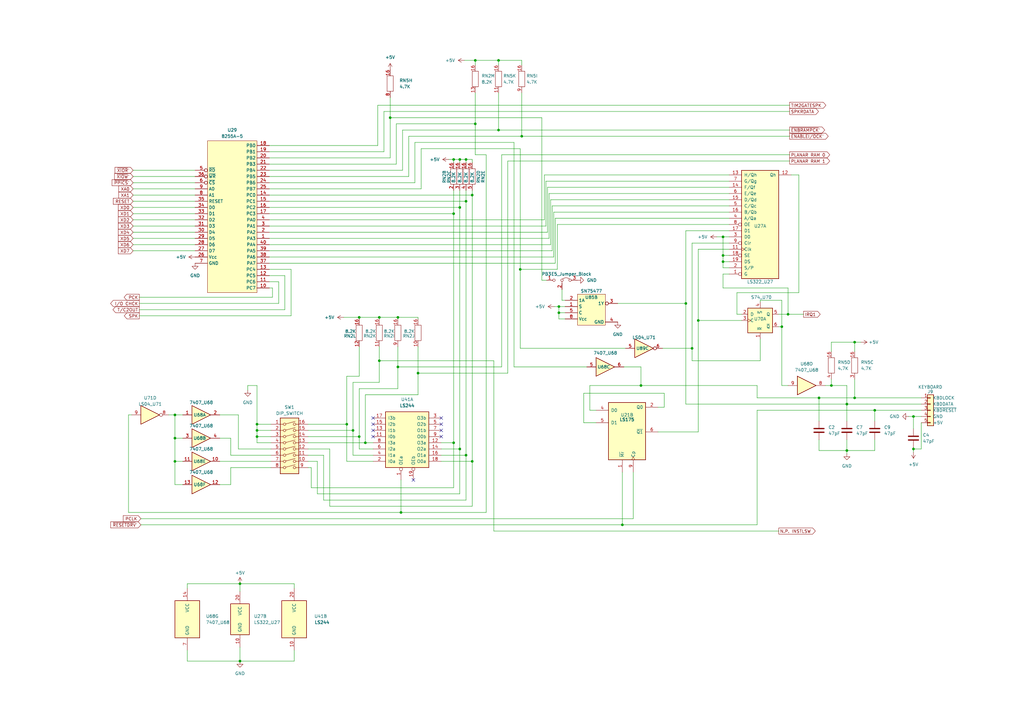
<source format=kicad_sch>
(kicad_sch (version 20230121) (generator eeschema)
  (paper "A3")
  (junction (at 347.345 184.785))
  (junction (at 163.195 130.175))
  (junction (at 171.45 153.035))
  (junction (at 191.135 65.405))
  (junction (at 296.545 97.155))
  (junction (at 155.575 130.175))
  (junction (at 350.52 140.335))
  (junction (at 374.65 170.815))
  (junction (at 193.675 189.23))
  (junction (at 335.915 163.195))
  (junction (at 144.78 176.53))
  (junction (at 204.47 53.34))
  (junction (at 281.305 124.46))
  (junction (at 71.755 189.23))
  (junction (at 296.545 107.315))
  (junction (at 160.02 48.26))
  (junction (at 255.27 215.265))
  (junction (at 147.32 179.07))
  (junction (at 193.675 80.01))
  (junction (at 262.89 158.115))
  (junction (at 188.595 65.405))
  (junction (at 188.595 184.15))
  (junction (at 163.195 150.495))
  (junction (at 147.32 130.175))
  (junction (at 286.385 131.445))
  (junction (at 105.41 176.53))
  (junction (at 98.425 271.145))
  (junction (at 374.65 184.15))
  (junction (at 164.465 210.185))
  (junction (at 229.235 125.73))
  (junction (at 213.36 110.49))
  (junction (at 98.425 239.395))
  (junction (at 155.575 147.955))
  (junction (at 350.52 163.195))
  (junction (at 105.41 173.99))
  (junction (at 191.135 186.69))
  (junction (at 283.845 142.875))
  (junction (at 296.545 104.775))
  (junction (at 229.235 128.27))
  (junction (at 194.945 24.765))
  (junction (at 323.215 128.905))
  (junction (at 340.995 158.115))
  (junction (at 188.595 85.09))
  (junction (at 71.755 170.18))
  (junction (at 204.47 24.765))
  (junction (at 213.995 55.88))
  (junction (at 186.055 181.61))
  (junction (at 186.055 65.405))
  (junction (at 320.675 133.985))
  (junction (at 194.945 50.8))
  (junction (at 149.86 181.61))
  (junction (at 358.775 168.275))
  (junction (at 142.24 173.99))
  (junction (at 347.345 165.735))
  (junction (at 191.135 82.55))
  (junction (at 71.755 179.705))
  (junction (at 186.055 87.63))
  (junction (at 105.41 179.07))
  (no_connect (at 153.035 171.45))
  (no_connect (at 169.545 196.85))
  (no_connect (at 180.975 171.45))
  (no_connect (at 153.035 176.53))
  (no_connect (at 180.975 176.53))
  (no_connect (at 153.035 173.99))
  (no_connect (at 180.975 173.99))
  (no_connect (at 153.035 179.07))
  (no_connect (at 180.975 179.07))
  (wire (pts (xy 327.66 71.755) (xy 324.485 71.755)))
  (wire (pts (xy 188.595 66.675) (xy 188.595 65.405)))
  (wire (pts (xy 164.465 210.185) (xy 199.39 210.185)))
  (wire (pts (xy 283.845 99.695) (xy 283.845 142.875)))
  (wire (pts (xy 54.61 74.93) (xy 80.01 74.93)))
  (wire (pts (xy 111.125 186.69) (xy 94.615 186.69)))
  (wire (pts (xy 144.78 156.845) (xy 155.575 156.845)))
  (wire (pts (xy 283.845 142.875) (xy 283.845 147.955)))
  (wire (pts (xy 299.085 99.695) (xy 283.845 99.695)))
  (wire (pts (xy 111.76 118.11) (xy 111.76 121.92)))
  (wire (pts (xy 262.89 158.115) (xy 310.515 158.115)))
  (wire (pts (xy 126.365 186.69) (xy 132.715 186.69)))
  (wire (pts (xy 114.3 115.57) (xy 114.3 124.46)))
  (wire (pts (xy 340.995 144.145) (xy 340.995 140.335)))
  (wire (pts (xy 98.425 271.145) (xy 120.65 271.145)))
  (wire (pts (xy 147.32 130.81) (xy 147.32 130.175)))
  (wire (pts (xy 191.135 82.55) (xy 191.135 186.69)))
  (wire (pts (xy 111.76 121.92) (xy 57.15 121.92)))
  (wire (pts (xy 71.755 179.705) (xy 71.755 170.18)))
  (wire (pts (xy 120.65 239.395) (xy 120.65 241.3)))
  (wire (pts (xy 374.65 170.815) (xy 374.65 175.895)))
  (wire (pts (xy 160.02 48.26) (xy 160.02 64.77)))
  (wire (pts (xy 163.195 150.495) (xy 163.195 142.24)))
  (wire (pts (xy 71.755 198.755) (xy 71.755 189.23)))
  (wire (pts (xy 153.035 181.61) (xy 149.86 181.61)))
  (wire (pts (xy 110.49 64.77) (xy 160.02 64.77)))
  (wire (pts (xy 304.165 128.905) (xy 302.26 128.905)))
  (wire (pts (xy 310.515 215.265) (xy 310.515 168.275)))
  (wire (pts (xy 210.82 150.495) (xy 240.665 150.495)))
  (wire (pts (xy 231.775 123.19) (xy 230.505 123.19)))
  (wire (pts (xy 374.65 185.42) (xy 374.65 184.15)))
  (wire (pts (xy 253.365 124.46) (xy 281.305 124.46)))
  (wire (pts (xy 110.49 92.71) (xy 223.9225 92.71)))
  (wire (pts (xy 105.41 176.53) (xy 105.41 173.99)))
  (wire (pts (xy 191.135 186.69) (xy 191.135 205.105)))
  (wire (pts (xy 165.1 53.34) (xy 204.47 53.34)))
  (wire (pts (xy 225.1925 79.375) (xy 299.085 79.375)))
  (wire (pts (xy 205.74 63.5) (xy 323.85 63.5)))
  (wire (pts (xy 213.995 38.1) (xy 213.995 55.88)))
  (wire (pts (xy 350.52 140.335) (xy 350.52 144.145)))
  (wire (pts (xy 222.25 114.935) (xy 224.155 114.935)))
  (wire (pts (xy 310.515 158.115) (xy 310.515 163.195)))
  (wire (pts (xy 105.41 158.115) (xy 101.6 158.115)))
  (wire (pts (xy 377.825 173.355) (xy 377.825 184.15)))
  (wire (pts (xy 374.65 184.15) (xy 374.65 183.515)))
  (wire (pts (xy 299.085 107.315) (xy 296.545 107.315)))
  (wire (pts (xy 144.78 176.53) (xy 144.78 186.69)))
  (wire (pts (xy 320.675 123.19) (xy 320.675 133.985)))
  (wire (pts (xy 110.49 85.09) (xy 188.595 85.09)))
  (wire (pts (xy 98.425 239.395) (xy 98.425 242.57)))
  (wire (pts (xy 204.47 38.1) (xy 204.47 53.34)))
  (wire (pts (xy 231.775 130.81) (xy 229.235 130.81)))
  (wire (pts (xy 180.975 184.15) (xy 188.595 184.15)))
  (wire (pts (xy 167.64 72.39) (xy 167.64 55.88)))
  (wire (pts (xy 350.52 140.335) (xy 353.06 140.335)))
  (wire (pts (xy 155.575 147.955) (xy 155.575 142.24)))
  (wire (pts (xy 222.25 48.26) (xy 222.25 114.935)))
  (wire (pts (xy 231.775 128.27) (xy 229.235 128.27)))
  (wire (pts (xy 350.52 155.575) (xy 350.52 163.195)))
  (wire (pts (xy 213.36 110.49) (xy 228.6 110.49)))
  (wire (pts (xy 142.24 173.99) (xy 142.24 154.305)))
  (wire (pts (xy 94.615 186.69) (xy 94.615 179.705)))
  (wire (pts (xy 149.86 161.925) (xy 171.45 161.925)))
  (wire (pts (xy 180.975 186.69) (xy 191.135 186.69)))
  (wire (pts (xy 155.575 147.955) (xy 202.565 147.955)))
  (wire (pts (xy 204.47 26.67) (xy 204.47 24.765)))
  (wire (pts (xy 171.45 161.925) (xy 171.45 153.035)))
  (wire (pts (xy 188.595 184.15) (xy 188.595 202.565)))
  (wire (pts (xy 126.365 179.07) (xy 147.32 179.07)))
  (wire (pts (xy 76.835 271.145) (xy 98.425 271.145)))
  (wire (pts (xy 126.365 189.23) (xy 130.175 189.23)))
  (wire (pts (xy 110.49 62.23) (xy 157.48 62.23)))
  (wire (pts (xy 110.49 80.01) (xy 193.675 80.01)))
  (wire (pts (xy 164.465 196.85) (xy 164.465 210.185)))
  (wire (pts (xy 126.365 181.61) (xy 149.86 181.61)))
  (wire (pts (xy 191.135 66.675) (xy 191.135 65.405)))
  (wire (pts (xy 126.365 184.15) (xy 135.255 184.15)))
  (wire (pts (xy 54.61 87.63) (xy 80.01 87.63)))
  (wire (pts (xy 228.6 110.49) (xy 228.6 92.075)))
  (wire (pts (xy 180.975 189.23) (xy 193.675 189.23)))
  (wire (pts (xy 110.49 110.49) (xy 119.38 110.49)))
  (wire (pts (xy 155.575 130.81) (xy 155.575 130.175)))
  (wire (pts (xy 52.705 170.18) (xy 52.705 210.185)))
  (wire (pts (xy 202.565 147.955) (xy 202.565 217.805)))
  (wire (pts (xy 223.2875 90.17) (xy 223.2875 71.755)))
  (wire (pts (xy 347.345 165.735) (xy 347.345 172.72)))
  (wire (pts (xy 172.72 60.96) (xy 213.36 60.96)))
  (wire (pts (xy 147.32 159.385) (xy 163.195 159.385)))
  (wire (pts (xy 90.17 189.23) (xy 111.125 189.23)))
  (wire (pts (xy 101.6 158.115) (xy 101.6 160.02)))
  (wire (pts (xy 126.365 191.77) (xy 127.635 191.77)))
  (wire (pts (xy 188.595 78.105) (xy 188.595 85.09)))
  (wire (pts (xy 323.85 66.04) (xy 208.28 66.04)))
  (wire (pts (xy 229.235 125.73) (xy 231.775 125.73)))
  (wire (pts (xy 147.32 130.175) (xy 140.97 130.175)))
  (wire (pts (xy 269.875 177.165) (xy 286.385 177.165)))
  (wire (pts (xy 54.61 69.85) (xy 80.01 69.85)))
  (wire (pts (xy 105.41 173.99) (xy 105.41 158.115)))
  (wire (pts (xy 54.61 95.25) (xy 80.01 95.25)))
  (wire (pts (xy 119.38 129.54) (xy 57.15 129.54)))
  (wire (pts (xy 347.345 165.735) (xy 347.345 158.115)))
  (wire (pts (xy 116.84 127) (xy 57.15 127)))
  (wire (pts (xy 286.385 131.445) (xy 286.385 102.235)))
  (wire (pts (xy 147.32 154.305) (xy 147.32 142.24)))
  (wire (pts (xy 53.975 170.18) (xy 52.705 170.18)))
  (wire (pts (xy 286.385 131.445) (xy 304.165 131.445)))
  (wire (pts (xy 213.995 24.765) (xy 204.47 24.765)))
  (wire (pts (xy 281.305 94.615) (xy 281.305 124.46)))
  (wire (pts (xy 225.8275 100.33) (xy 225.8275 81.915)))
  (wire (pts (xy 74.93 179.705) (xy 71.755 179.705)))
  (wire (pts (xy 299.085 94.615) (xy 281.305 94.615)))
  (wire (pts (xy 110.49 69.85) (xy 165.1 69.85)))
  (wire (pts (xy 163.195 130.81) (xy 163.195 130.175)))
  (wire (pts (xy 286.385 102.235) (xy 299.085 102.235)))
  (wire (pts (xy 110.49 90.17) (xy 223.2875 90.17)))
  (wire (pts (xy 213.36 60.96) (xy 213.36 110.49)))
  (wire (pts (xy 296.545 118.11) (xy 323.215 118.11)))
  (wire (pts (xy 272.415 161.29) (xy 239.395 161.29)))
  (wire (pts (xy 205.74 63.5) (xy 205.74 150.495)))
  (wire (pts (xy 162.56 67.31) (xy 162.56 50.8)))
  (wire (pts (xy 347.345 186.055) (xy 347.345 184.785)))
  (wire (pts (xy 105.41 179.07) (xy 111.125 179.07)))
  (wire (pts (xy 110.49 97.79) (xy 225.1925 97.79)))
  (wire (pts (xy 229.235 128.27) (xy 229.235 125.73)))
  (wire (pts (xy 281.305 165.735) (xy 347.345 165.735)))
  (wire (pts (xy 239.395 161.29) (xy 239.395 173.355)))
  (wire (pts (xy 323.215 118.11) (xy 323.215 128.905)))
  (wire (pts (xy 110.49 82.55) (xy 191.135 82.55)))
  (wire (pts (xy 57.785 212.725) (xy 259.715 212.725)))
  (wire (pts (xy 213.36 110.49) (xy 213.36 142.875)))
  (wire (pts (xy 130.175 189.23) (xy 130.175 202.565)))
  (wire (pts (xy 114.3 124.46) (xy 57.15 124.46)))
  (wire (pts (xy 144.78 156.845) (xy 144.78 176.53)))
  (wire (pts (xy 105.41 173.99) (xy 111.125 173.99)))
  (wire (pts (xy 323.215 128.905) (xy 329.565 128.905)))
  (wire (pts (xy 172.72 77.47) (xy 172.72 60.96)))
  (wire (pts (xy 157.48 45.72) (xy 323.85 45.72)))
  (wire (pts (xy 226.4625 102.87) (xy 226.4625 84.455)))
  (wire (pts (xy 239.395 173.355) (xy 244.475 173.355)))
  (wire (pts (xy 241.935 168.275) (xy 244.475 168.275)))
  (wire (pts (xy 132.715 205.105) (xy 191.135 205.105)))
  (wire (pts (xy 186.055 65.405) (xy 184.15 65.405)))
  (wire (pts (xy 350.52 163.195) (xy 377.825 163.195)))
  (wire (pts (xy 119.38 110.49) (xy 119.38 129.54)))
  (wire (pts (xy 335.915 163.195) (xy 335.915 172.72)))
  (wire (pts (xy 54.61 80.01) (xy 80.01 80.01)))
  (wire (pts (xy 110.49 59.69) (xy 154.94 59.69)))
  (wire (pts (xy 358.775 184.785) (xy 347.345 184.785)))
  (wire (pts (xy 110.49 74.93) (xy 170.18 74.93)))
  (wire (pts (xy 338.455 158.115) (xy 340.995 158.115)))
  (wire (pts (xy 120.65 271.145) (xy 120.65 266.7)))
  (wire (pts (xy 213.995 26.67) (xy 213.995 24.765)))
  (wire (pts (xy 110.49 77.47) (xy 172.72 77.47)))
  (wire (pts (xy 135.255 207.645) (xy 193.675 207.645)))
  (wire (pts (xy 227.7325 107.95) (xy 227.7325 89.535)))
  (wire (pts (xy 153.035 189.23) (xy 142.24 189.23)))
  (wire (pts (xy 194.945 50.8) (xy 194.945 63.5)))
  (wire (pts (xy 377.825 168.275) (xy 358.775 168.275)))
  (wire (pts (xy 327.66 120.015) (xy 327.66 71.755)))
  (wire (pts (xy 94.615 191.77) (xy 111.125 191.77)))
  (wire (pts (xy 208.28 153.035) (xy 171.45 153.035)))
  (wire (pts (xy 347.345 165.735) (xy 377.825 165.735)))
  (wire (pts (xy 311.785 123.19) (xy 320.675 123.19)))
  (wire (pts (xy 160.02 48.26) (xy 222.25 48.26)))
  (wire (pts (xy 97.79 170.18) (xy 90.17 170.18)))
  (wire (pts (xy 54.61 97.79) (xy 80.01 97.79)))
  (wire (pts (xy 193.675 80.01) (xy 193.675 189.23)))
  (wire (pts (xy 71.755 170.18) (xy 74.93 170.18)))
  (wire (pts (xy 69.215 170.18) (xy 71.755 170.18)))
  (wire (pts (xy 127.635 191.77) (xy 127.635 200.025)))
  (wire (pts (xy 105.41 176.53) (xy 111.125 176.53)))
  (wire (pts (xy 127.635 200.025) (xy 186.055 200.025)))
  (wire (pts (xy 302.26 120.015) (xy 327.66 120.015)))
  (wire (pts (xy 202.565 217.805) (xy 319.405 217.805)))
  (wire (pts (xy 340.995 140.335) (xy 350.52 140.335)))
  (wire (pts (xy 170.18 74.93) (xy 170.18 58.42)))
  (wire (pts (xy 110.49 100.33) (xy 225.8275 100.33)))
  (wire (pts (xy 199.39 63.5) (xy 199.39 210.185)))
  (wire (pts (xy 227.0975 105.41) (xy 227.0975 86.995)))
  (wire (pts (xy 76.835 239.395) (xy 98.425 239.395)))
  (wire (pts (xy 204.47 24.765) (xy 194.945 24.765)))
  (wire (pts (xy 149.86 181.61) (xy 149.86 161.925)))
  (wire (pts (xy 213.36 142.875) (xy 256.54 142.875)))
  (wire (pts (xy 153.035 184.15) (xy 147.32 184.15)))
  (wire (pts (xy 224.5575 95.25) (xy 224.5575 76.835)))
  (wire (pts (xy 54.61 85.09) (xy 80.01 85.09)))
  (wire (pts (xy 223.9225 92.71) (xy 223.9225 74.295)))
  (wire (pts (xy 340.995 158.115) (xy 340.995 155.575)))
  (wire (pts (xy 255.905 150.495) (xy 262.89 150.495)))
  (wire (pts (xy 374.65 170.815) (xy 377.825 170.815)))
  (wire (pts (xy 310.515 168.275) (xy 358.775 168.275)))
  (wire (pts (xy 335.915 184.785) (xy 347.345 184.785)))
  (wire (pts (xy 296.545 104.775) (xy 296.545 97.155)))
  (wire (pts (xy 226.4625 84.455) (xy 299.085 84.455)))
  (wire (pts (xy 262.89 158.115) (xy 241.935 158.115)))
  (wire (pts (xy 110.49 87.63) (xy 186.055 87.63)))
  (wire (pts (xy 54.61 90.17) (xy 80.01 90.17)))
  (wire (pts (xy 194.945 26.67) (xy 194.945 24.765)))
  (wire (pts (xy 54.61 92.71) (xy 80.01 92.71)))
  (wire (pts (xy 310.515 163.195) (xy 335.915 163.195)))
  (wire (pts (xy 116.84 113.03) (xy 116.84 127)))
  (wire (pts (xy 142.24 189.23) (xy 142.24 173.99)))
  (wire (pts (xy 171.45 130.81) (xy 171.45 130.175)))
  (wire (pts (xy 54.61 102.87) (xy 80.01 102.87)))
  (wire (pts (xy 97.79 184.15) (xy 97.79 170.18)))
  (wire (pts (xy 190.5 24.765) (xy 194.945 24.765)))
  (wire (pts (xy 286.385 177.165) (xy 286.385 131.445)))
  (wire (pts (xy 94.615 179.705) (xy 90.17 179.705)))
  (wire (pts (xy 154.94 43.18) (xy 323.85 43.18)))
  (wire (pts (xy 323.215 128.905) (xy 319.405 128.905)))
  (wire (pts (xy 147.32 184.15) (xy 147.32 179.07)))
  (wire (pts (xy 160.02 40.005) (xy 160.02 48.26)))
  (wire (pts (xy 94.615 198.755) (xy 94.615 191.77)))
  (wire (pts (xy 227.0975 86.995) (xy 299.085 86.995)))
  (wire (pts (xy 372.745 170.815) (xy 374.65 170.815)))
  (wire (pts (xy 223.2875 71.755) (xy 299.085 71.755)))
  (wire (pts (xy 154.94 59.69) (xy 154.94 43.18)))
  (wire (pts (xy 153.035 186.69) (xy 144.78 186.69)))
  (wire (pts (xy 296.545 112.395) (xy 296.545 118.11)))
  (wire (pts (xy 126.365 176.53) (xy 144.78 176.53)))
  (wire (pts (xy 224.5575 76.835) (xy 299.085 76.835)))
  (wire (pts (xy 320.675 133.985) (xy 320.675 158.115)))
  (wire (pts (xy 347.345 158.115) (xy 340.995 158.115)))
  (wire (pts (xy 90.17 198.755) (xy 94.615 198.755)))
  (wire (pts (xy 54.61 72.39) (xy 80.01 72.39)))
  (wire (pts (xy 259.715 212.725) (xy 259.715 193.675)))
  (wire (pts (xy 110.49 107.95) (xy 227.7325 107.95)))
  (wire (pts (xy 193.675 65.405) (xy 191.135 65.405)))
  (wire (pts (xy 57.785 215.265) (xy 255.27 215.265)))
  (wire (pts (xy 105.41 181.61) (xy 105.41 179.07)))
  (wire (pts (xy 296.545 97.155) (xy 299.085 97.155)))
  (wire (pts (xy 320.675 158.115) (xy 323.215 158.115)))
  (wire (pts (xy 227.7325 89.535) (xy 299.085 89.535)))
  (wire (pts (xy 208.28 66.04) (xy 208.28 153.035)))
  (wire (pts (xy 296.545 104.775) (xy 299.085 104.775)))
  (wire (pts (xy 171.45 130.175) (xy 163.195 130.175)))
  (wire (pts (xy 132.715 186.69) (xy 132.715 205.105)))
  (wire (pts (xy 335.915 180.34) (xy 335.915 184.785)))
  (wire (pts (xy 193.675 78.105) (xy 193.675 80.01)))
  (wire (pts (xy 193.675 66.675) (xy 193.675 65.405)))
  (wire (pts (xy 241.935 158.115) (xy 241.935 168.275)))
  (wire (pts (xy 126.365 173.99) (xy 142.24 173.99)))
  (wire (pts (xy 54.61 100.33) (xy 80.01 100.33)))
  (wire (pts (xy 71.755 189.23) (xy 71.755 179.705)))
  (wire (pts (xy 188.595 85.09) (xy 188.595 184.15)))
  (wire (pts (xy 157.48 62.23) (xy 157.48 45.72)))
  (wire (pts (xy 110.49 102.87) (xy 226.4625 102.87)))
  (wire (pts (xy 358.775 180.34) (xy 358.775 184.785)))
  (wire (pts (xy 165.1 69.85) (xy 165.1 53.34)))
  (wire (pts (xy 225.1925 97.79) (xy 225.1925 79.375)))
  (wire (pts (xy 180.975 181.61) (xy 186.055 181.61)))
  (wire (pts (xy 110.49 105.41) (xy 227.0975 105.41)))
  (wire (pts (xy 227.33 125.73) (xy 229.235 125.73)))
  (wire (pts (xy 302.26 128.905) (xy 302.26 120.015)))
  (wire (pts (xy 230.505 118.745) (xy 230.505 123.19)))
  (wire (pts (xy 163.195 159.385) (xy 163.195 150.495)))
  (wire (pts (xy 311.785 147.955) (xy 311.785 139.065)))
  (wire (pts (xy 210.82 58.42) (xy 210.82 150.495)))
  (wire (pts (xy 76.835 266.7) (xy 76.835 271.145)))
  (wire (pts (xy 110.49 95.25) (xy 224.5575 95.25)))
  (wire (pts (xy 186.055 87.63) (xy 186.055 181.61)))
  (wire (pts (xy 111.125 184.15) (xy 97.79 184.15)))
  (wire (pts (xy 167.64 55.88) (xy 213.995 55.88)))
  (wire (pts (xy 111.125 181.61) (xy 105.41 181.61)))
  (wire (pts (xy 358.775 168.275) (xy 358.775 172.72)))
  (wire (pts (xy 74.93 198.755) (xy 71.755 198.755)))
  (wire (pts (xy 223.9225 74.295) (xy 299.085 74.295)))
  (wire (pts (xy 228.6 92.075) (xy 299.085 92.075)))
  (wire (pts (xy 170.18 58.42) (xy 210.82 58.42)))
  (wire (pts (xy 347.345 184.785) (xy 347.345 180.34)))
  (wire (pts (xy 188.595 65.405) (xy 186.055 65.405)))
  (wire (pts (xy 205.74 150.495) (xy 163.195 150.495)))
  (wire (pts (xy 255.27 215.265) (xy 255.27 193.675)))
  (wire (pts (xy 281.305 124.46) (xy 281.305 165.735)))
  (wire (pts (xy 135.255 184.15) (xy 135.255 207.645)))
  (wire (pts (xy 162.56 50.8) (xy 194.945 50.8)))
  (wire (pts (xy 110.49 115.57) (xy 114.3 115.57)))
  (wire (pts (xy 299.085 112.395) (xy 296.545 112.395)))
  (wire (pts (xy 186.055 78.105) (xy 186.055 87.63)))
  (wire (pts (xy 163.195 130.175) (xy 155.575 130.175)))
  (wire (pts (xy 296.545 107.315) (xy 296.545 104.775)))
  (wire (pts (xy 194.945 50.8) (xy 194.945 38.1)))
  (wire (pts (xy 191.135 78.105) (xy 191.135 82.55)))
  (wire (pts (xy 213.995 55.88) (xy 323.85 55.88)))
  (wire (pts (xy 269.875 167.005) (xy 272.415 167.005)))
  (wire (pts (xy 98.425 239.395) (xy 120.65 239.395)))
  (wire (pts (xy 54.61 82.55) (xy 80.01 82.55)))
  (wire (pts (xy 110.49 113.03) (xy 116.84 113.03)))
  (wire (pts (xy 225.8275 81.915) (xy 299.085 81.915)))
  (wire (pts (xy 299.085 109.855) (xy 296.545 109.855)))
  (wire (pts (xy 54.61 77.47) (xy 80.01 77.47)))
  (wire (pts (xy 142.24 154.305) (xy 147.32 154.305)))
  (wire (pts (xy 229.235 130.81) (xy 229.235 128.27)))
  (wire (pts (xy 191.135 65.405) (xy 188.595 65.405)))
  (wire (pts (xy 110.49 118.11) (xy 111.76 118.11)))
  (wire (pts (xy 377.825 184.15) (xy 374.65 184.15)))
  (wire (pts (xy 110.49 67.31) (xy 162.56 67.31)))
  (wire (pts (xy 296.545 109.855) (xy 296.545 107.315)))
  (wire (pts (xy 193.675 189.23) (xy 193.675 207.645)))
  (wire (pts (xy 74.93 189.23) (xy 71.755 189.23)))
  (wire (pts (xy 147.32 179.07) (xy 147.32 159.385)))
  (wire (pts (xy 262.89 150.495) (xy 262.89 158.115)))
  (wire (pts (xy 98.425 265.43) (xy 98.425 271.145)))
  (wire (pts (xy 155.575 130.175) (xy 147.32 130.175)))
  (wire (pts (xy 186.055 66.675) (xy 186.055 65.405)))
  (wire (pts (xy 294.005 97.155) (xy 296.545 97.155)))
  (wire (pts (xy 255.27 215.265) (xy 310.515 215.265)))
  (wire (pts (xy 171.45 153.035) (xy 171.45 142.24)))
  (wire (pts (xy 204.47 53.34) (xy 323.85 53.34)))
  (wire (pts (xy 194.945 63.5) (xy 199.39 63.5)))
  (wire (pts (xy 155.575 156.845) (xy 155.575 147.955)))
  (wire (pts (xy 76.835 241.3) (xy 76.835 239.395)))
  (wire (pts (xy 283.845 147.955) (xy 311.785 147.955)))
  (wire (pts (xy 335.915 163.195) (xy 350.52 163.195)))
  (wire (pts (xy 52.705 210.185) (xy 164.465 210.185)))
  (wire (pts (xy 110.49 72.39) (xy 167.64 72.39)))
  (wire (pts (xy 311.785 123.825) (xy 311.785 123.19)))
  (wire (pts (xy 186.055 181.61) (xy 186.055 200.025)))
  (wire (pts (xy 272.415 167.005) (xy 272.415 161.29)))
  (wire (pts (xy 319.405 133.985) (xy 320.675 133.985)))
  (wire (pts (xy 130.175 202.565) (xy 188.595 202.565)))
  (wire (pts (xy 105.41 179.07) (xy 105.41 176.53)))
  (wire (pts (xy 271.78 142.875) (xy 283.845 142.875)))
  (global_label "PCK" (shape output) (at 57.15 121.92 180) (property "Intersheetrefs" "${INTERSHEET_REFS}" (effects hide)))
  (global_label "XD5" (shape input) (at 54.61 97.79 180) (property "Intersheetrefs" "${INTERSHEET_REFS}" (effects hide)))
  (global_label "~{XIOW}'" (shape input) (at 54.61 72.39 180) (property "Intersheetrefs" "${INTERSHEET_REFS}" (effects hide)))
  (global_label "I{slash}O CHCK" (shape output) (at 57.15 124.46 180) (property "Intersheetrefs" "${INTERSHEET_REFS}" (effects hide)))
  (global_label "~{XIOR}'" (shape input) (at 54.61 69.85 180) (property "Intersheetrefs" "${INTERSHEET_REFS}" (effects hide)))
  (global_label "XD0" (shape input) (at 54.61 85.09 180) (property "Intersheetrefs" "${INTERSHEET_REFS}" (effects hide)))
  (global_label "XD1" (shape input) (at 54.61 87.63 180) (property "Intersheetrefs" "${INTERSHEET_REFS}" (effects hide)))
  (global_label "XD3" (shape input) (at 54.61 92.71 180) (property "Intersheetrefs" "${INTERSHEET_REFS}" (effects hide)))
  (global_label "SPK" (shape output) (at 57.15 129.54 180) (property "Intersheetrefs" "${INTERSHEET_REFS}" (effects hide)))
  (global_label "XD4" (shape input) (at 54.61 95.25 180) (property "Intersheetrefs" "${INTERSHEET_REFS}" (effects hide)))
  (global_label "~{ENBRAMPCK}'" (shape output) (at 323.85 53.34 0) (property "Intersheetrefs" "${INTERSHEET_REFS}" (effects hide)))
  (global_label "PCLK" (shape input) (at 57.785 212.725 180) (property "Intersheetrefs" "${INTERSHEET_REFS}" (effects hide)))
  (global_label "XD7" (shape input) (at 54.61 102.87 180) (property "Intersheetrefs" "${INTERSHEET_REFS}" (effects hide)))
  (global_label "SPKRDATA" (shape output) (at 323.85 45.72 0) (property "Intersheetrefs" "${INTERSHEET_REFS}" (effects hide)))
  (global_label "IRQ1" (shape output) (at 329.565 128.905 0) (property "Intersheetrefs" "${INTERSHEET_REFS}" (effects hide)))
  (global_label "PLANAR RAM 0" (shape output) (at 323.85 63.5 0) (property "Intersheetrefs" "${INTERSHEET_REFS}" (effects hide)))
  (global_label "PLANAR RAM 1" (shape output) (at 323.85 66.04 0) (property "Intersheetrefs" "${INTERSHEET_REFS}" (effects hide)))
  (global_label "~{RESETDRV}'" (shape input) (at 57.785 215.265 180) (property "Intersheetrefs" "${INTERSHEET_REFS}" (effects hide)))
  (global_label "XD2" (shape input) (at 54.61 90.17 180) (property "Intersheetrefs" "${INTERSHEET_REFS}" (effects hide)))
  (global_label "XA1" (shape input) (at 54.61 80.01 180) (property "Intersheetrefs" "${INTERSHEET_REFS}" (effects hide)))
  (global_label "N.P. INSTLSW" (shape output) (at 319.405 217.805 0) (property "Intersheetrefs" "${INTERSHEET_REFS}" (effects hide)))
  (global_label "~{PPICS}'" (shape input) (at 54.61 74.93 180) (property "Intersheetrefs" "${INTERSHEET_REFS}" (effects hide)))
  (global_label "RESET" (shape input) (at 54.61 82.55 180) (property "Intersheetrefs" "${INTERSHEET_REFS}" (effects hide)))
  (global_label "XD6" (shape input) (at 54.61 100.33 180) (property "Intersheetrefs" "${INTERSHEET_REFS}" (effects hide)))
  (global_label "TIM2GATESPK" (shape output) (at 323.85 43.18 0) (property "Intersheetrefs" "${INTERSHEET_REFS}" (effects hide)))
  (global_label "~{ENABLEI{slash}OCK}'" (shape output) (at 323.85 55.88 0) (property "Intersheetrefs" "${INTERSHEET_REFS}" (effects hide)))
  (global_label "XA0" (shape input) (at 54.61 77.47 180) (property "Intersheetrefs" "${INTERSHEET_REFS}" (effects hide)))
  (global_label "T{slash}C2OUT" (shape output) (at 57.15 127 180) (property "Intersheetrefs" "${INTERSHEET_REFS}" (effects hide)))
  (symbol (lib_id "Mad5150_early:Resistor_Network") (at 340.995 149.86 180) (unit 4)
    (property "Reference" "RN5" (at 343.535 148.59 0) (effects (justify right)))
    (property "Value" "4.7K" (at 343.535 151.13 0) (effects (justify right)))
    (property "Footprint" "Package_DIP:DIP-16_W7.62mm" (effects hide))
  )
  (symbol (lib_id "Mad5150_early:LS175_U21") (at 257.175 177.165 0) (unit 2)
    (property "Reference" "U21" (at 257.175 170.18 0))
    (property "Value" "LS175" (at 257.175 172.085 0) (effects (font bold)))
    (property "Footprint" "Package_DIP:DIP-16_W7.62mm" (effects hide))
  )
  (symbol (lib_id "power:+5V") (at 80.01 105.41 90) (unit 1)
    (property "Reference" "#PWR0144" (effects hide))
    (property "Value" "+5V" (at 76.2 105.41 90) (effects (justify left)))
  )
  (symbol (lib_id "Mad5150_early:7407_U68") (at 82.55 189.23 0) (unit 5)
    (property "Reference" "U68" (at 81.915 189.23 0))
    (property "Value" "7407_U68" (at 82.55 184.15 0))
    (property "Footprint" "Package_DIP:DIP-14_W7.62mm" (effects hide))
    (property "Datasheet" "www.st.com/resource/en/datasheet/74lcx07.pdf" (effects hide))
  )
  (symbol (lib_id "power:GND") (at 80.01 107.95 0) (unit 1)
    (property "Reference" "#PWR0145" (effects hide))
    (property "Value" "GND" (at 80.01 113.03 0))
  )
  (symbol (lib_id "power:+5V") (at 374.65 185.42 180) (unit 1)
    (property "Reference" "#PWR0157" (effects hide))
    (property "Value" "+5V" (at 374.65 190.5 0))
  )
  (symbol (lib_id "power:+5V") (at 160.02 28.575 0) (unit 1)
    (property "Reference" "#PWR0152" (effects hide))
    (property "Value" "+5V" (at 160.02 23.495 0))
  )
  (symbol (lib_id "Mad5150_early:RN2") (at 186.055 72.39 0) (mirror x) (unit 2)
    (property "Reference" "RN2" (at 182.245 69.85 90) (effects (justify left)))
    (property "Value" "8.2K" (at 186.055 70.485 90) (effects (justify left)))
    (property "Footprint" "Package_DIP:DIP-16_W7.62mm" (effects hide))
  )
  (symbol (lib_id "Mad5150_early:7407_U68") (at 248.285 150.495 0) (unit 3)
    (property "Reference" "U68" (at 247.65 150.495 0))
    (property "Value" "7407_U68" (at 248.285 144.78 0))
    (property "Footprint" "Package_DIP:DIP-14_W7.62mm" (effects hide))
    (property "Datasheet" "www.st.com/resource/en/datasheet/74lcx07.pdf" (effects hide))
  )
  (symbol (lib_id "power:GND") (at 347.345 186.055 0) (unit 1)
    (property "Reference" "#PWR0156" (effects hide))
    (property "Value" "GND" (at 347.345 191.135 0))
  )
  (symbol (lib_id "Mad5150_early:LS322_U27") (at 311.785 85.09 0) (unit 1)
    (property "Reference" "U27" (at 311.785 92.71 0))
    (property "Value" "LS322_U27" (at 311.785 115.57 0))
    (property "Footprint" "Package_DIP:DIP-20_W7.62mm" (effects hide))
    (property "Datasheet" "http://www.ti.com/lit/gpn/sn74LS322" (effects hide))
  )
  (symbol (lib_id "power:+5V") (at 184.15 65.405 90) (unit 1)
    (property "Reference" "#PWR0148" (effects hide))
    (property "Value" "+5V" (at 180.34 65.405 90) (effects (justify left)))
  )
  (symbol (lib_id "Mad5150_early:LS322_U27") (at 98.425 254 0) (unit 2)
    (property "Reference" "U27" (at 104.14 252.73 0) (effects (justify left)))
    (property "Value" "LS322_U27" (at 104.14 255.27 0) (effects (justify left)))
    (property "Footprint" "Package_DIP:DIP-20_W7.62mm" (effects hide))
    (property "Datasheet" "http://www.ti.com/lit/gpn/sn74LS322" (effects hide))
  )
  (symbol (lib_id "Mad5150_early:RN2") (at 194.945 32.385 180) (unit 13)
    (property "Reference" "RN2" (at 197.485 31.115 0) (effects (justify right)))
    (property "Value" "8.2K" (at 197.485 33.655 0) (effects (justify right)))
    (property "Footprint" "Package_DIP:DIP-16_W7.62mm" (effects hide))
  )
  (symbol (lib_id "Mad5150_early:RN2") (at 191.135 72.39 0) (mirror x) (unit 4)
    (property "Reference" "RN2" (at 196.215 69.85 90) (effects (justify left)))
    (property "Value" "8.2K" (at 191.135 70.485 90) (effects (justify left)))
    (property "Footprint" "Package_DIP:DIP-16_W7.62mm" (effects hide))
  )
  (symbol (lib_id "Mad5150_early:LS244_U41") (at 167.005 180.34 0) (unit 1)
    (property "Reference" "U41" (at 167.005 163.83 0))
    (property "Value" "LS244" (at 167.005 166.37 0) (effects (font bold)))
    (property "Footprint" "Package_DIP:DIP-20_W7.62mm" (effects hide))
    (property "Datasheet" "http://www.ti.com/lit/ds/symlink/sn74ls244.pdf" (effects hide))
  )
  (symbol (lib_id "Mad5150_early:S74_U70") (at 311.785 131.445 0) (unit 1)
    (property "Reference" "U70" (at 309.245 130.81 0) (effects (justify left)))
    (property "Value" "S74_U70" (at 307.975 121.92 0) (effects (justify left)))
    (property "Footprint" "Package_DIP:DIP-14_W7.62mm" (effects hide))
    (property "Datasheet" "74xx/74hc_hct74.pdf" (effects hide))
  )
  (symbol (lib_id "power:+5V") (at 190.5 24.765 90) (unit 1)
    (property "Reference" "#PWR0153" (effects hide))
    (property "Value" "+5V" (at 186.69 24.765 90) (effects (justify left)))
  )
  (symbol (lib_id "Mad5150_early:KEYBOARD") (at 381.635 168.275 0) (unit 1)
    (property "Reference" "J9" (at 380.365 160.655 0) (effects (justify left)))
    (property "Value" "KEYBOARD" (at 376.555 158.75 0) (effects (justify left)))
    (property "Footprint" "madXT_early:Keyboard" (effects hide))
  )
  (symbol (lib_id "Mad5150_early:7407_U68") (at 82.55 179.705 0) (unit 2)
    (property "Reference" "U68" (at 81.915 179.705 0))
    (property "Value" "7407_U68" (at 82.55 174.625 0))
    (property "Footprint" "Package_DIP:DIP-14_W7.62mm" (effects hide))
    (property "Datasheet" "www.st.com/resource/en/datasheet/74lcx07.pdf" (effects hide))
  )
  (symbol (lib_id "power:GND") (at 253.365 132.08 0) (unit 1)
    (property "Reference" "#PWR0150" (effects hide))
    (property "Value" "GND" (at 253.365 137.16 0))
  )
  (symbol (lib_id "Mad5150_early:7407_U68") (at 330.835 158.115 0) (unit 4)
    (property "Reference" "U68" (at 330.835 149.225 0))
    (property "Value" "7407_U68" (at 330.835 151.765 0))
    (property "Footprint" "Package_DIP:DIP-14_W7.62mm" (effects hide))
    (property "Datasheet" "www.st.com/resource/en/datasheet/74lcx07.pdf" (effects hide))
  )
  (symbol (lib_id "Mad5150_early:RN2") (at 171.45 136.525 180) (unit 10)
    (property "Reference" "RN2" (at 170.18 137.795 0) (effects (justify left)))
    (property "Value" "8.2K" (at 170.18 135.89 0) (effects (justify left)))
    (property "Footprint" "Package_DIP:DIP-16_W7.62mm" (effects hide))
  )
  (symbol (lib_id "Mad5150_early:Resistor_Network") (at 213.995 32.385 180) (unit 9)
    (property "Reference" "RN5" (at 215.9 31.115 0) (effects (justify right)))
    (property "Value" "4.7K" (at 215.9 33.655 0) (effects (justify right)))
    (property "Footprint" "Package_DIP:DIP-16_W7.62mm" (effects hide))
  )
  (symbol (lib_id "Mad5150_early:Resistor_Network") (at 160.02 34.29 180) (unit 8)
    (property "Reference" "RN5" (at 163.83 33.02 0) (effects (justify right)))
    (property "Value" "4.7K" (at 163.83 35.56 0) (effects (justify right)))
    (property "Footprint" "Package_DIP:DIP-16_W7.62mm" (effects hide))
  )
  (symbol (lib_id "power:+5V") (at 294.005 97.155 90) (unit 1)
    (property "Reference" "#PWR0154" (effects hide))
    (property "Value" "+5V" (at 290.195 97.155 90) (effects (justify left)))
  )
  (symbol (lib_id "power:GND") (at 372.745 170.815 270) (unit 1)
    (property "Reference" "#PWR0158" (effects hide))
    (property "Value" "GND" (at 368.935 170.815 90) (effects (justify right)))
  )
  (symbol (lib_id "power:+5V") (at 140.97 130.175 90) (unit 1)
    (property "Reference" "#PWR0147" (effects hide))
    (property "Value" "+5V" (at 137.16 130.175 90) (effects (justify left)))
  )
  (symbol (lib_id "Device:C") (at 358.775 176.53 0) (unit 1)
    (property "Reference" "C9" (at 362.585 175.26 0) (effects (justify left)))
    (property "Value" "47pF" (at 362.585 177.8 0) (effects (justify left)))
    (property "Footprint" "madXT_early:Cap_unipolar_3pin" (effects hide))
  )
  (symbol (lib_id "Device:C") (at 347.345 176.53 0) (unit 1)
    (property "Reference" "C7" (at 351.155 175.26 0) (effects (justify left)))
    (property "Value" "47pF" (at 351.155 177.8 0) (effects (justify left)))
    (property "Footprint" "madXT_early:Cap_unipolar_3pin" (effects hide))
  )
  (symbol (lib_id "power:+5V") (at 227.33 125.73 90) (unit 1)
    (property "Reference" "#PWR0149" (effects hide))
    (property "Value" "+5V" (at 223.52 125.73 90) (effects (justify left)))
  )
  (symbol (lib_id "power:GND") (at 101.6 160.02 0) (unit 1)
    (property "Reference" "#PWR0146" (effects hide))
    (property "Value" "GND" (at 101.6 165.1 0))
  )
  (symbol (lib_id "power:+5V") (at 353.06 140.335 270) (unit 1)
    (property "Reference" "#PWR0155" (effects hide))
    (property "Value" "+5V" (at 356.235 140.335 90) (effects (justify left)))
  )
  (symbol (lib_id "Mad5150_early:7407_U68") (at 82.55 198.755 0) (unit 6)
    (property "Reference" "U68" (at 81.915 198.755 0))
    (property "Value" "7407_U68" (at 82.55 193.675 0))
    (property "Footprint" "Package_DIP:DIP-14_W7.62mm" (effects hide))
    (property "Datasheet" "www.st.com/resource/en/datasheet/74lcx07.pdf" (effects hide))
  )
  (symbol (lib_id "power:+5V") (at 98.425 239.395 0) (unit 1)
    (property "Reference" "#PWR0160" (effects hide))
    (property "Value" "+5V" (at 98.425 234.95 0))
  )
  (symbol (lib_id "Mad5150_early:RN2") (at 193.675 72.39 0) (mirror x) (unit 5)
    (property "Reference" "RN2" (at 198.12 69.85 90) (effects (justify left)))
    (property "Value" "8.2K" (at 193.675 70.485 90) (effects (justify left)))
    (property "Footprint" "Package_DIP:DIP-16_W7.62mm" (effects hide))
  )
  (symbol (lib_id "power:GND") (at 98.425 271.145 0) (unit 1)
    (property "Reference" "#PWR0159" (effects hide))
    (property "Value" "GND" (at 98.425 276.225 0))
  )
  (symbol (lib_id "Mad5150_early:E5_Jumper_Block") (at 230.505 114.935 0) (unit 1)
    (property "Reference" "PB3" (at 224.155 112.395 0))
    (property "Value" "E5_Jumper_Block" (at 234.315 112.395 0))
    (property "Footprint" "Connector_PinHeader_2.54mm:PinHeader_1x03_P2.54mm_Vertical" (effects hide))
  )
  (symbol (lib_id "Mad5150_early:RN2") (at 147.32 136.525 180) (unit 12)
    (property "Reference" "RN2" (at 146.05 137.795 0) (effects (justify left)))
    (property "Value" "8.2K" (at 146.05 135.89 0) (effects (justify left)))
    (property "Footprint" "Package_DIP:DIP-16_W7.62mm" (effects hide))
  )
  (symbol (lib_id "Mad5150_early:Resistor_Network") (at 204.47 32.385 180) (unit 11)
    (property "Reference" "RN5" (at 206.375 31.115 0) (effects (justify right)))
    (property "Value" "4.7K" (at 206.375 33.655 0) (effects (justify right)))
    (property "Footprint" "Package_DIP:DIP-16_W7.62mm" (effects hide))
  )
  (symbol (lib_id "Mad5150_early:7407_U68") (at 82.55 170.18 0) (unit 1)
    (property "Reference" "U68" (at 81.915 170.18 0))
    (property "Value" "7407_U68" (at 82.55 165.1 0))
    (property "Footprint" "Package_DIP:DIP-14_W7.62mm" (effects hide))
    (property "Datasheet" "www.st.com/resource/en/datasheet/74lcx07.pdf" (effects hide))
  )
  (symbol (lib_id "power:GND") (at 236.855 114.935 90) (unit 1)
    (property "Reference" "#PWR0151" (effects hide))
    (property "Value" "GND" (at 240.665 114.935 90) (effects (justify right)))
  )
  (symbol (lib_id "Device:C") (at 335.915 176.53 0) (unit 1)
    (property "Reference" "C2" (at 339.725 175.26 0) (effects (justify left)))
    (property "Value" "47pF" (at 339.725 177.8 0) (effects (justify left)))
    (property "Footprint" "madXT_early:Cap_unipolar_3pin" (effects hide))
  )
  (symbol (lib_id "Mad5150_early:7407_U68") (at 76.835 254 0) (unit 7)
    (property "Reference" "U68" (at 84.455 252.73 0) (effects (justify left)))
    (property "Value" "7407_U68" (at 84.455 255.27 0) (effects (justify left)))
    (property "Footprint" "Package_DIP:DIP-14_W7.62mm" (effects hide))
    (property "Datasheet" "www.st.com/resource/en/datasheet/74lcx07.pdf" (effects hide))
  )
  (symbol (lib_id "Mad5150_early:RN2") (at 163.195 136.525 180) (unit 9)
    (property "Reference" "RN2" (at 161.925 137.795 0) (effects (justify left)))
    (property "Value" "8.2K" (at 161.925 135.89 0) (effects (justify left)))
    (property "Footprint" "Package_DIP:DIP-16_W7.62mm" (effects hide))
  )
  (symbol (lib_id "Mad5150_early:RN2") (at 155.575 136.525 180) (unit 11)
    (property "Reference" "RN2" (at 154.305 137.795 0) (effects (justify left)))
    (property "Value" "8.2K" (at 154.305 135.89 0) (effects (justify left)))
    (property "Footprint" "Package_DIP:DIP-16_W7.62mm" (effects hide))
  )
  (symbol (lib_id "Mad5150_early:LS244_U41") (at 120.65 254 0) (unit 2)
    (property "Reference" "U41" (at 128.905 252.73 0) (effects (justify left)))
    (property "Value" "LS244" (at 128.905 255.27 0) (effects (font bold) (justify left)))
    (property "Footprint" "Package_DIP:DIP-20_W7.62mm" (effects hide))
    (property "Datasheet" "http://www.ti.com/lit/ds/symlink/sn74ls244.pdf" (effects hide))
  )
  (symbol (lib_id "Mad5150_early:LS04_U71") (at 61.595 170.18 0) (unit 4)
    (property "Reference" "U71" (at 61.595 163.195 0))
    (property "Value" "LS04_U71" (at 61.595 165.735 0))
    (property "Footprint" "Package_DIP:DIP-14_W7.62mm" (effects hide))
    (property "Datasheet" "http://www.ti.com/lit/gpn/sn74LS04" (effects hide))
  )
  (symbol (lib_id "Mad5150_early:RN2") (at 188.595 72.39 0) (mirror x) (unit 3)
    (property "Reference" "RN2" (at 184.15 69.85 90) (effects (justify left)))
    (property "Value" "8.2K" (at 188.595 70.485 90) (effects (justify left)))
    (property "Footprint" "Package_DIP:DIP-16_W7.62mm" (effects hide))
  )
  (symbol (lib_id "Mad5150_early:Resistor_Network") (at 350.52 149.86 180) (unit 3)
    (property "Reference" "RN5" (at 353.06 148.59 0) (effects (justify right)))
    (property "Value" "4.7K" (at 353.06 151.13 0) (effects (justify right)))
    (property "Footprint" "Package_DIP:DIP-16_W7.62mm" (effects hide))
  )
  (symbol (lib_id "Device:C") (at 374.65 179.705 0) (unit 1)
    (property "Reference" "C4" (at 378.46 178.435 0) (effects (justify left)))
    (property "Value" "47pF" (at 378.46 180.975 0) (effects (justify left)))
    (property "Footprint" "madXT_early:Cap_unipolar_3pin" (effects hide))
  )
  (symbol (lib_id "Mad5150_early:SN75477P_U85") (at 242.57 127 0) (unit 2)
    (property "Reference" "U85" (at 242.57 121.92 0))
    (property "Value" "SN75477" (at 242.57 119.38 0))
    (property "Footprint" "Package_DIP:DIP-8_W7.62mm" (effects hide))
  )
  (symbol (lib_id "Mad5150_early:LS04_U89") (at 264.16 142.875 0) (unit 3)
    (property "Reference" "U89" (at 263.525 142.875 0))
    (property "Value" "LS04_U71" (at 264.16 138.43 0))
    (property "Footprint" "Package_DIP:DIP-14_W7.62mm" (effects hide))
    (property "Datasheet" "http://www.ti.com/lit/gpn/sn74LS04" (effects hide))
  )
  (symbol (lib_id "Mad5150_early:8255A_U29") (at 94.615 88.9 0) (unit 1)
    (property "Reference" "U29" (at 95.25 53.34 0))
    (property "Value" "8255A-5" (at 95.25 55.88 0))
    (property "Footprint" "Package_DIP:DIP-40_W15.24mm" (effects hide))
  )
  (symbol (lib_id "Mad5150_early:DIP_SWITCH") (at 118.745 184.15 0) (unit 1)
    (property "Reference" "SW1" (at 118.745 167.005 0))
    (property "Value" "DIP_SWITCH" (at 118.745 169.545 0))
    (property "Footprint" "madXT_early:DIP_SWITCH" (effects hide))
  )
)
</source>
